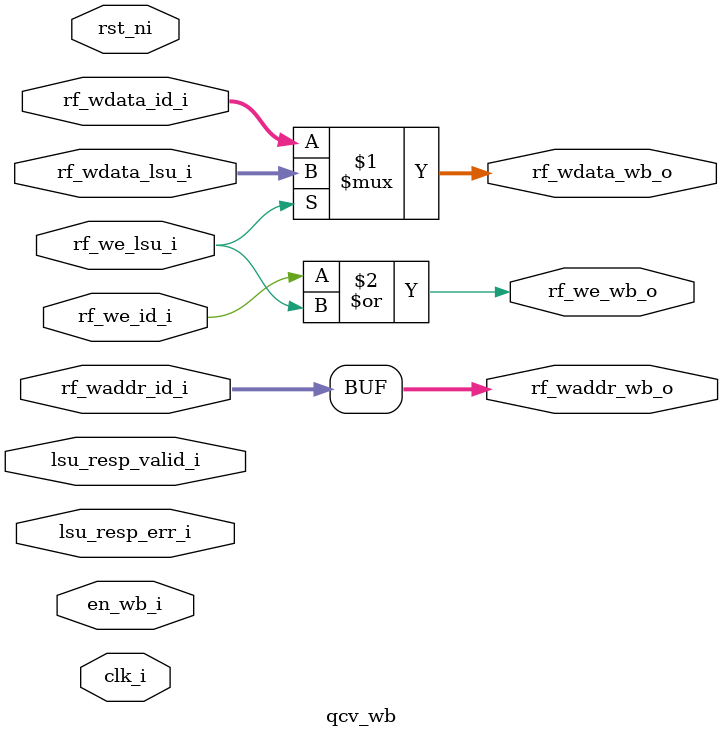
<source format=v>

module qcv_wb (
    input  wire        clk_i,              // Unused in v0.1 logic
    input  wire        rst_ni,             // Unused in v0.1 logic

    // Inputs from ID Stage
    input  wire        en_wb_i,            // Instruction complete signal
    input  wire [4:0]  rf_waddr_id_i,      // Write address from ID
    input  wire [31:0] rf_wdata_id_i,      // Write data from ID (ALU/CSR result)
    input  wire        rf_we_id_i,         // Write enable from ID

    // Inputs from LSU
    input  wire [31:0] rf_wdata_lsu_i,     // Write data from LSU (Load data)
    input  wire        rf_we_lsu_i,        // Write enable from LSU
    input  wire        lsu_resp_valid_i,   // LSU response valid (unused in v0.1 logic)
    input  wire        lsu_resp_err_i,     // LSU error (unused in v0.1 logic)

    // Outputs to Register File
    output wire [4:0]  rf_waddr_wb_o,      // Write address to RF
    output wire [31:0] rf_wdata_wb_o,      // Write data to RF
    output wire        rf_we_wb_o          // Write enable to RF
);

    // --- Combinational Logic ---

    // Write Address Pass-through
    assign rf_waddr_wb_o = rf_waddr_id_i;

    // Write Data Mux
    // Select based on which source provides the write enable.
    // Assumes rf_we_id_i and rf_we_lsu_i are mutually exclusive.
    assign rf_wdata_wb_o = rf_we_lsu_i ? rf_wdata_lsu_i : rf_wdata_id_i;

    // Write Enable Generation
    // Enable write if either ID stage (ALU/CSR result) or LSU (Load result) requests it.
    assign rf_we_wb_o = rf_we_id_i | rf_we_lsu_i;

    // Note: en_wb_i is an input indicating instruction completion in ID/EX/LSU,
    // but it's not directly used in this combinational logic for data selection.
    // The individual write enables (rf_we_id_i, rf_we_lsu_i) already factor in
    // the instruction completion and validity from previous stages.

endmodule : qcv_wb

</source>
